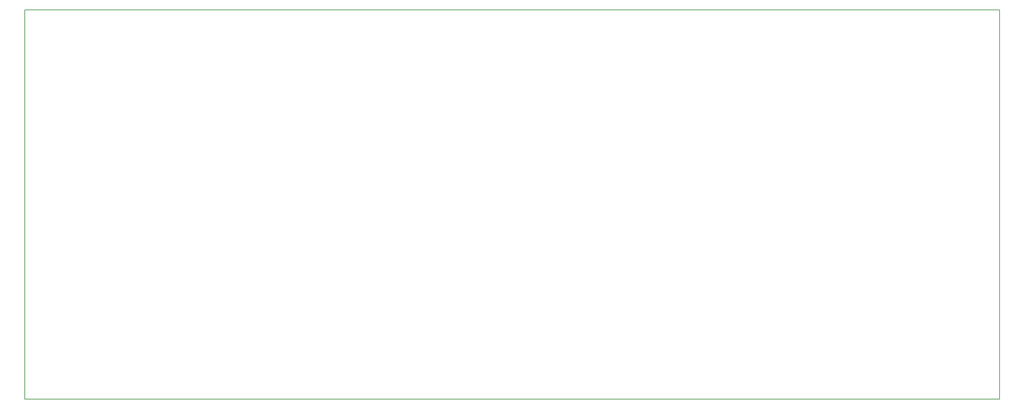
<source format=gbr>
%TF.GenerationSoftware,KiCad,Pcbnew,7.0.9*%
%TF.CreationDate,2024-03-13T22:59:51+01:00*%
%TF.ProjectId,FCU_Mainboard_v2,4643555f-4d61-4696-9e62-6f6172645f76,rev?*%
%TF.SameCoordinates,Original*%
%TF.FileFunction,Profile,NP*%
%FSLAX46Y46*%
G04 Gerber Fmt 4.6, Leading zero omitted, Abs format (unit mm)*
G04 Created by KiCad (PCBNEW 7.0.9) date 2024-03-13 22:59:51*
%MOMM*%
%LPD*%
G01*
G04 APERTURE LIST*
%TA.AperFunction,Profile*%
%ADD10C,0.150000*%
%TD*%
G04 APERTURE END LIST*
D10*
X20000000Y-20000000D02*
X270000000Y-20000000D01*
X270000000Y-120000000D01*
X20000000Y-120000000D01*
X20000000Y-20000000D01*
M02*

</source>
